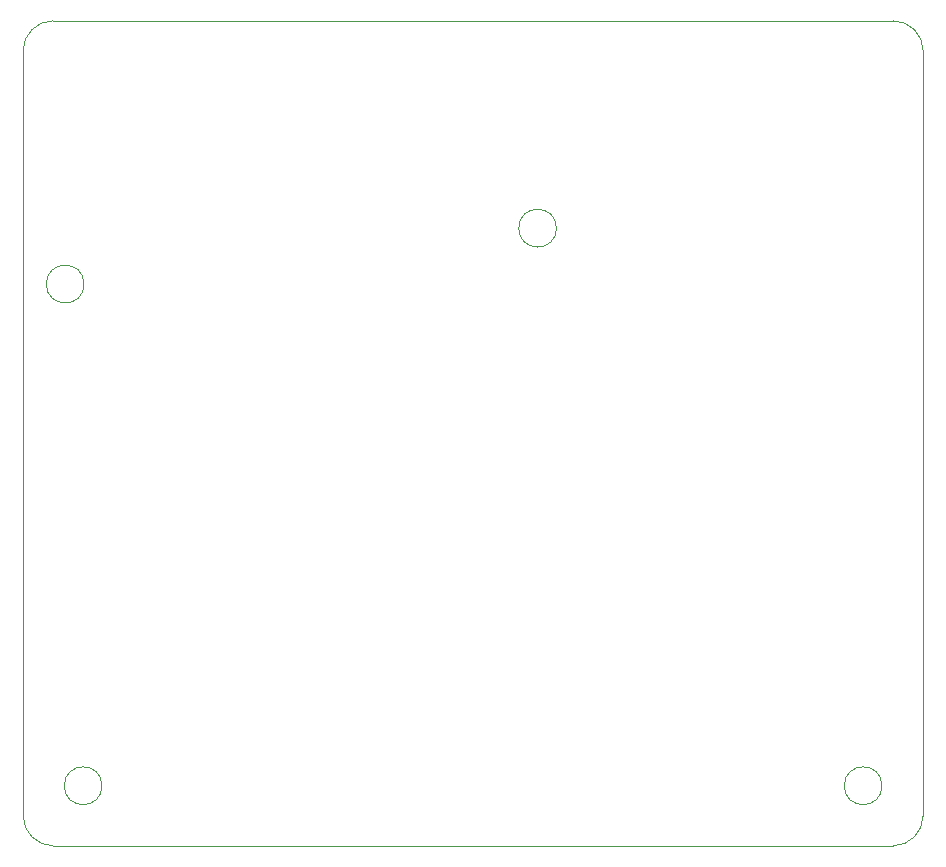
<source format=gm1>
%TF.GenerationSoftware,KiCad,Pcbnew,(6.0.6)*%
%TF.CreationDate,2022-10-10T12:51:26+02:00*%
%TF.ProjectId,startrckr_pcb,73746172-7472-4636-9b72-5f7063622e6b,rev?*%
%TF.SameCoordinates,Original*%
%TF.FileFunction,Profile,NP*%
%FSLAX46Y46*%
G04 Gerber Fmt 4.6, Leading zero omitted, Abs format (unit mm)*
G04 Created by KiCad (PCBNEW (6.0.6)) date 2022-10-10 12:51:26*
%MOMM*%
%LPD*%
G01*
G04 APERTURE LIST*
%TA.AperFunction,Profile*%
%ADD10C,0.100000*%
%TD*%
G04 APERTURE END LIST*
D10*
X160020000Y-128270000D02*
X231140000Y-128270000D01*
X164160000Y-123190000D02*
G75*
G03*
X164160000Y-123190000I-1600000J0D01*
G01*
X231140000Y-58420000D02*
X160020000Y-58420000D01*
X231140000Y-128270000D02*
G75*
G03*
X233680000Y-125730000I0J2540000D01*
G01*
X162641046Y-80711978D02*
G75*
G03*
X162641046Y-80711978I-1600000J0D01*
G01*
X233680000Y-125730000D02*
X233680000Y-60960000D01*
X157480000Y-60960000D02*
X157480000Y-125730000D01*
X202637868Y-75977417D02*
G75*
G03*
X202637868Y-75977417I-1600000J0D01*
G01*
X160020000Y-58420000D02*
G75*
G03*
X157480000Y-60960000I0J-2540000D01*
G01*
X233680000Y-60960000D02*
G75*
G03*
X231140000Y-58420000I-2540000J0D01*
G01*
X230200000Y-123190000D02*
G75*
G03*
X230200000Y-123190000I-1600000J0D01*
G01*
X157480000Y-125730000D02*
G75*
G03*
X160020000Y-128270000I2540000J0D01*
G01*
M02*

</source>
